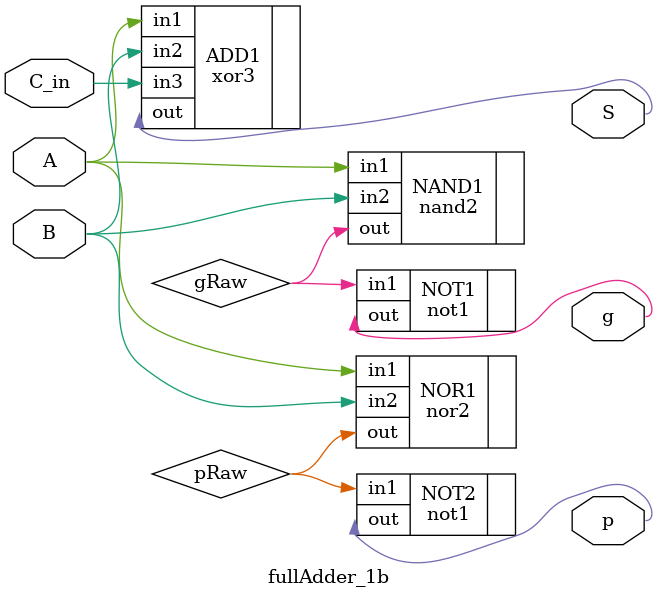
<source format=v>
/*
    CS/ECE 552 Spring '20
    Homework #1, Problem 2
    
    a 1-bit full adder
*/
module fullAdder_1b(A, B, C_in, S, p, g);
    input  A, B;
    input  C_in;
    output S;
	output p, g;
	
	wire gRaw, pRaw;

    // YOUR CODE HERE
	xor3 ADD1(.in1(A), .in2(B), .in3(C_in), .out(S));
	
	nand2 NAND1(.in1(A), .in2(B), .out(gRaw));
	not1 NOT1(.in1(gRaw), .out(g));
	
	nor2 NOR1(.in1(A), .in2(B), .out(pRaw));
	not1 NOT2(.in1(pRaw), .out(p));
	
endmodule
</source>
